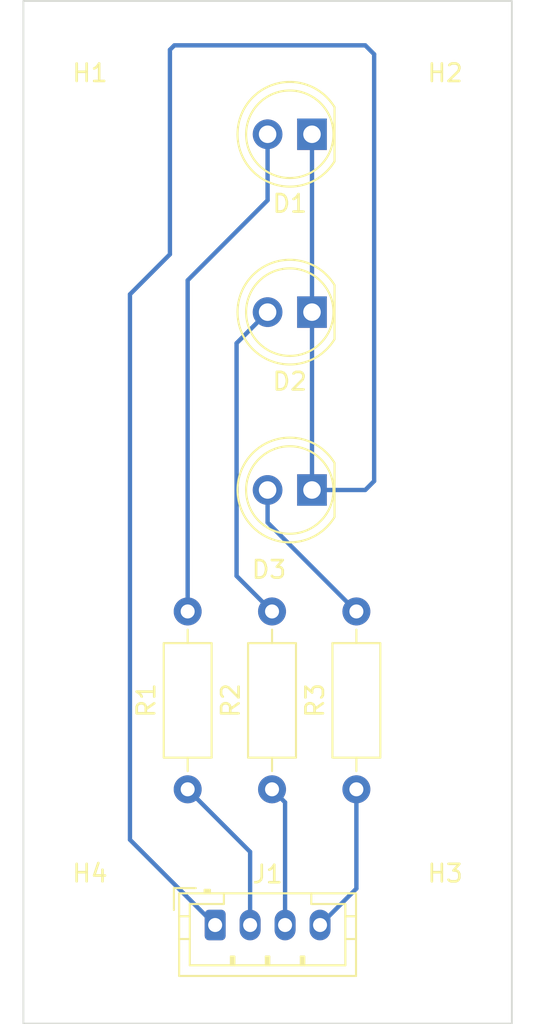
<source format=kicad_pcb>
(kicad_pcb (version 20211014) (generator pcbnew)
  (layers (0 "F.Cu" signal) (31 "B.Cu" signal) (34 "B.Paste" user) (35 "F.Paste" user) (36 "B.SilkS" user "B.Silkscreen") (37 "F.SilkS" user "F.Silkscreen") (38 "B.Mask" user) (39 "F.Mask" user) (44 "Edge.Cuts" user))
  (net 0 "")
  (net 1 "Net-(D1-Pad1)")
  (net 2 "Net-(D1-Pad2)")
  (net 3 "Net-(D2-Pad2)")
  (net 4 "Net-(D3-Pad2)")
  (net 5 "Net-(J1-Pad2)")
  (net 6 "Net-(J1-Pad3)")
  (net 7 "Net-(J1-Pad4)")
  (footprint "LED_THT:LED_D5.0mm" (layer "F.Cu") (at 129.54 78.74 180)
    (fp_text reference "D1" (at 1.27 -3.96) (layer "F.SilkS"))
    (fp_text value "LED")
    (fp_line (start -1.29 -1.545) (end -1.29 1.545) (layer "F.SilkS") (width 0.12))
    (fp_arc (start 4.26 -0.000462) (mid 2.072002 2.880433) (end -1.29 1.54483) (layer "F.SilkS") (width 0.12))
    (fp_arc (start -1.29 -1.54483) (mid 2.072002 -2.880433) (end 4.26 0.000462) (layer "F.SilkS") (width 0.12))
    (fp_circle (center 1.27 0) (end 3.77 0) (layer "F.SilkS") (width 0.12) (fill none))
    (pad "1" thru_hole rect (at 0 0 180) (size 1.7 1.8) (drill 1) (layers *.Cu *.Mask) (net 1 "Net-(D1-Pad1)"))
    (pad "2" thru_hole circle (at 2.54 0 180) (size 1.7 1.7) (drill 1) (layers *.Cu *.Mask) (net 2 "Net-(D1-Pad2)"))
  )
  (footprint "MountingHole:MountingHole_2.5mm" (layer "F.Cu") (at 137.16 124.46)
    (fp_text reference "H3" (at 0 -3.5) (layer "F.SilkS"))
    (fp_text value "MountingHole")
    (pad "" np_thru_hole circle (at 0 0) (size 2.5 2.5) (drill 2.5) (layers *.Cu *.Mask))
  )
  (footprint "MountingHole:MountingHole_2.5mm" (layer "F.Cu") (at 137.16 78.74)
    (fp_text reference "H2" (at 0 -3.5) (layer "F.SilkS"))
    (fp_text value "MountingHole")
    (pad "" np_thru_hole circle (at 0 0) (size 2.5 2.5) (drill 2.5) (layers *.Cu *.Mask))
  )
  (footprint "LED_THT:LED_D5.0mm" (layer "F.Cu") (at 129.54 99.06 180)
    (fp_text reference "D3" (at 2.459969 -4.548031) (layer "F.SilkS"))
    (fp_text value "LED")
    (fp_line (start -1.29 -1.545) (end -1.29 1.545) (layer "F.SilkS") (width 0.12))
    (fp_arc (start -1.29 -1.54483) (mid 2.072002 -2.880433) (end 4.26 0.000462) (layer "F.SilkS") (width 0.12))
    (fp_arc (start 4.26 -0.000462) (mid 2.072002 2.880433) (end -1.29 1.54483) (layer "F.SilkS") (width 0.12))
    (fp_circle (center 1.27 0) (end 3.77 0) (layer "F.SilkS") (width 0.12) (fill none))
    (pad "1" thru_hole rect (at 0 0 180) (size 1.7 1.8) (drill 1) (layers *.Cu *.Mask) (net 1 "Net-(D1-Pad1)"))
    (pad "2" thru_hole circle (at 2.54 0 180) (size 1.7 1.7) (drill 1) (layers *.Cu *.Mask) (net 4 "Net-(D3-Pad2)"))
  )
  (footprint "MountingHole:MountingHole_2.5mm" (layer "F.Cu") (at 116.84 124.46)
    (fp_text reference "H4" (at 0 -3.5) (layer "F.SilkS"))
    (fp_text value "MountingHole")
    (pad "" np_thru_hole circle (at 0 0) (size 2.5 2.5) (drill 2.5) (layers *.Cu *.Mask))
  )
  (footprint "Resistor_THT:R_Axial_DIN0207_L6.3mm_D2.5mm_P10.16mm_Horizontal" (layer "F.Cu") (at 127.254 116.158031 90)
    (fp_text reference "R2" (at 5.08 -2.37 90) (layer "F.SilkS"))
    (fp_text value "R")
    (fp_line (start 9.12 0) (end 8.35 0) (layer "F.SilkS") (width 0.12))
    (fp_line (start 1.04 0) (end 1.81 0) (layer "F.SilkS") (width 0.12))
    (fp_line (start 8.35 1.37) (end 8.35 -1.37) (layer "F.SilkS") (width 0.12))
    (fp_line (start 1.81 1.37) (end 8.35 1.37) (layer "F.SilkS") (width 0.12))
    (fp_line (start 1.81 -1.37) (end 1.81 1.37) (layer "F.SilkS") (width 0.12))
    (fp_line (start 8.35 -1.37) (end 1.81 -1.37) (layer "F.SilkS") (width 0.12))
    (pad "1" thru_hole circle (at 0 0 90) (size 1.6 1.6) (drill 0.8) (layers *.Cu *.Mask) (net 6 "Net-(J1-Pad3)"))
    (pad "2" thru_hole oval (at 10.16 0 90) (size 1.6 1.6) (drill 0.8) (layers *.Cu *.Mask) (net 3 "Net-(D2-Pad2)"))
  )
  (footprint "Resistor_THT:R_Axial_DIN0207_L6.3mm_D2.5mm_P10.16mm_Horizontal" (layer "F.Cu") (at 132.08 116.158031 90)
    (fp_text reference "R3" (at 5.08 -2.37 90) (layer "F.SilkS"))
    (fp_text value "R")
    (fp_line (start 8.35 1.37) (end 8.35 -1.37) (layer "F.SilkS") (width 0.12))
    (fp_line (start 1.81 1.37) (end 8.35 1.37) (layer "F.SilkS") (width 0.12))
    (fp_line (start 1.81 -1.37) (end 1.81 1.37) (layer "F.SilkS") (width 0.12))
    (fp_line (start 8.35 -1.37) (end 1.81 -1.37) (layer "F.SilkS") (width 0.12))
    (fp_line (start 1.04 0) (end 1.81 0) (layer "F.SilkS") (width 0.12))
    (fp_line (start 9.12 0) (end 8.35 0) (layer "F.SilkS") (width 0.12))
    (pad "1" thru_hole circle (at 0 0 90) (size 1.6 1.6) (drill 0.8) (layers *.Cu *.Mask) (net 7 "Net-(J1-Pad4)"))
    (pad "2" thru_hole oval (at 10.16 0 90) (size 1.6 1.6) (drill 0.8) (layers *.Cu *.Mask) (net 4 "Net-(D3-Pad2)"))
  )
  (footprint "MountingHole:MountingHole_2.5mm" (layer "F.Cu") (at 116.84 78.74)
    (fp_text reference "H1" (at 0 -3.5) (layer "F.SilkS"))
    (fp_text value "MountingHole")
    (pad "" np_thru_hole circle (at 0 0) (size 2.5 2.5) (drill 2.5) (layers *.Cu *.Mask))
  )
  (footprint "Resistor_THT:R_Axial_DIN0207_L6.3mm_D2.5mm_P10.16mm_Horizontal" (layer "F.Cu") (at 122.428 116.158031 90)
    (fp_text reference "R1" (at 5.08 -2.37 90) (layer "F.SilkS"))
    (fp_text value "R")
    (fp_line (start 1.81 -1.37) (end 1.81 1.37) (layer "F.SilkS") (width 0.12))
    (fp_line (start 8.35 1.37) (end 8.35 -1.37) (layer "F.SilkS") (width 0.12))
    (fp_line (start 1.81 1.37) (end 8.35 1.37) (layer "F.SilkS") (width 0.12))
    (fp_line (start 9.12 0) (end 8.35 0) (layer "F.SilkS") (width 0.12))
    (fp_line (start 1.04 0) (end 1.81 0) (layer "F.SilkS") (width 0.12))
    (fp_line (start 8.35 -1.37) (end 1.81 -1.37) (layer "F.SilkS") (width 0.12))
    (pad "1" thru_hole circle (at 0 0 90) (size 1.6 1.6) (drill 0.8) (layers *.Cu *.Mask) (net 5 "Net-(J1-Pad2)"))
    (pad "2" thru_hole oval (at 10.16 0 90) (size 1.6 1.6) (drill 0.8) (layers *.Cu *.Mask) (net 2 "Net-(D1-Pad2)"))
  )
  (footprint "LED_THT:LED_D5.0mm" (layer "F.Cu") (at 129.54 88.9 180)
    (fp_text reference "D2" (at 1.27 -3.96) (layer "F.SilkS"))
    (fp_text value "LED")
    (fp_line (start -1.29 -1.545) (end -1.29 1.545) (layer "F.SilkS") (width 0.12))
    (fp_arc (start -1.29 -1.54483) (mid 2.072002 -2.880433) (end 4.26 0.000462) (layer "F.SilkS") (width 0.12))
    (fp_arc (start 4.26 -0.000462) (mid 2.072002 2.880433) (end -1.29 1.54483) (layer "F.SilkS") (width 0.12))
    (fp_circle (center 1.27 0) (end 3.77 0) (layer "F.SilkS") (width 0.12) (fill none))
    (pad "1" thru_hole rect (at 0 0 180) (size 1.7 1.8) (drill 1) (layers *.Cu *.Mask) (net 1 "Net-(D1-Pad1)"))
    (pad "2" thru_hole circle (at 2.54 0 180) (size 1.7 1.7) (drill 1) (layers *.Cu *.Mask) (net 3 "Net-(D2-Pad2)"))
  )
  (footprint "Connector_JST:JST_PH_B4B-PH-K_1x04_P2.00mm_Vertical" (layer "F.Cu") (at 124 123.91)
    (fp_text reference "J1" (at 3 -2.9) (layer "F.SilkS"))
    (fp_text value "Conn_01x04")
    (fp_line (start 5.1 1.8) (end 5.1 2.3) (layer "F.SilkS") (width 0.12))
    (fp_line (start 3 2.3) (end 3 1.8) (layer "F.SilkS") (width 0.12))
    (fp_line (start 8.06 -1.81) (end -2.06 -1.81) (layer "F.SilkS") (width 0.12))
    (fp_line (start -2.36 -2.11) (end -2.36 -0.86) (layer "F.SilkS") (width 0.12))
    (fp_line (start 4.9 1.8) (end 5.1 1.8) (layer "F.SilkS") (width 0.12))
    (fp_line (start 0.5 -1.81) (end 0.5 -1.2) (layer "F.SilkS") (width 0.12))
    (fp_line (start -1.11 -2.11) (end -2.36 -2.11) (layer "F.SilkS") (width 0.12))
    (fp_line (start -1.45 -1.2) (end -1.45 2.3) (layer "F.SilkS") (width 0.12))
    (fp_line (start -1.45 2.3) (end 7.45 2.3) (layer "F.SilkS") (width 0.12))
    (fp_line (start -2.06 0.8) (end -1.45 0.8) (layer "F.SilkS") (width 0.12))
    (fp_line (start 5 2.3) (end 5 1.8) (layer "F.SilkS") (width 0.12))
    (fp_line (start 8.06 2.91) (end 8.06 -1.81) (layer "F.SilkS") (width 0.12))
    (fp_line (start 8.06 0.8) (end 7.45 0.8) (layer "F.SilkS") (width 0.12))
    (fp_line (start 8.06 -0.5) (end 7.45 -0.5) (layer "F.SilkS") (width 0.12))
    (fp_line (start 3.1 1.8) (end 3.1 2.3) (layer "F.SilkS") (width 0.12))
    (fp_line (start 0.5 -1.2) (end -1.45 -1.2) (layer "F.SilkS") (width 0.12))
    (fp_line (start 2.9 1.8) (end 3.1 1.8) (layer "F.SilkS") (width 0.12))
    (fp_line (start 4.9 2.3) (end 4.9 1.8) (layer "F.SilkS") (width 0.12))
    (fp_line (start 7.45 -1.2) (end 5.5 -1.2) (layer "F.SilkS") (width 0.12))
    (fp_line (start 0.9 1.8) (end 1.1 1.8) (layer "F.SilkS") (width 0.12))
    (fp_line (start -0.6 -2.01) (end -0.6 -1.81) (layer "F.SilkS") (width 0.12))
    (fp_line (start -0.3 -2.01) (end -0.6 -2.01) (layer "F.SilkS") (width 0.12))
    (fp_line (start 1.1 1.8) (end 1.1 2.3) (layer "F.SilkS") (width 0.12))
    (fp_line (start -2.06 -0.5) (end -1.45 -0.5) (layer "F.SilkS") (width 0.12))
    (fp_line (start -0.3 -1.81) (end -0.3 -2.01) (layer "F.SilkS") (width 0.12))
    (fp_line (start 7.45 2.3) (end 7.45 -1.2) (layer "F.SilkS") (width 0.12))
    (fp_line (start 1 2.3) (end 1 1.8) (layer "F.SilkS") (width 0.12))
    (fp_line (start 2.9 2.3) (end 2.9 1.8) (layer "F.SilkS") (width 0.12))
    (fp_line (start 5.5 -1.2) (end 5.5 -1.81) (layer "F.SilkS") (width 0.12))
    (fp_line (start 0.9 2.3) (end 0.9 1.8) (layer "F.SilkS") (width 0.12))
    (fp_line (start -0.3 -1.91) (end -0.6 -1.91) (layer "F.SilkS") (width 0.12))
    (fp_line (start -2.06 -1.81) (end -2.06 2.91) (layer "F.SilkS") (width 0.12))
    (fp_line (start -2.06 2.91) (end 8.06 2.91) (layer "F.SilkS") (width 0.12))
    (pad "1" thru_hole roundrect (at 0 0) (size 1.2 1.75) (drill 0.8) (layers *.Cu *.Mask) (roundrect_rratio 0.2083333333) (net 1 "Net-(D1-Pad1)"))
    (pad "2" thru_hole oval (at 2 0) (size 1.2 1.75) (drill 0.8) (layers *.Cu *.Mask) (net 5 "Net-(J1-Pad2)"))
    (pad "3" thru_hole oval (at 4 0) (size 1.2 1.75) (drill 0.8) (layers *.Cu *.Mask) (net 6 "Net-(J1-Pad3)"))
    (pad "4" thru_hole oval (at 6 0) (size 1.2 1.75) (drill 0.8) (layers *.Cu *.Mask) (net 7 "Net-(J1-Pad4)"))
  )
  (gr_rect (start 113.03 71.12) (end 140.97 129.54) (layer "Edge.Cuts") (width 0.1) (fill none))
  (segment (start 121.412 85.598) (end 119.126 87.884) (width 0.25) (layer "B.Cu") (net 1))
  (segment (start 129.54 99.06) (end 132.588 99.06) (width 0.25) (layer "B.Cu") (net 1))
  (segment (start 132.588 99.06) (end 133.096 98.552) (width 0.25) (layer "B.Cu") (net 1))
  (segment (start 133.096 74.168) (end 132.588 73.66) (width 0.25) (layer "B.Cu") (net 1))
  (segment (start 133.096 98.552) (end 133.096 74.168) (width 0.25) (layer "B.Cu") (net 1))
  (segment (start 119.126 119.036) (end 124 123.91) (width 0.25) (layer "B.Cu") (net 1))
  (segment (start 119.126 87.884) (end 119.126 119.036) (width 0.25) (layer "B.Cu") (net 1))
  (segment (start 121.412 73.914) (end 121.412 85.598) (width 0.25) (layer "B.Cu") (net 1))
  (segment (start 132.588 73.66) (end 121.666 73.66) (width 0.25) (layer "B.Cu") (net 1))
  (segment (start 129.54 78.74) (end 129.54 88.9) (width 0.25) (layer "B.Cu") (net 1))
  (segment (start 129.54 88.9) (end 129.54 99.06) (width 0.25) (layer "B.Cu") (net 1))
  (segment (start 121.666 73.66) (end 121.412 73.914) (width 0.25) (layer "B.Cu") (net 1))
  (segment (start 122.428 87.082245) (end 122.428 105.998031) (width 0.25) (layer "B.Cu") (net 2))
  (segment (start 127 78.74) (end 127 82.510245) (width 0.25) (layer "B.Cu") (net 2))
  (segment (start 127 82.510245) (end 122.428 87.082245) (width 0.25) (layer "B.Cu") (net 2))
  (segment (start 125.225489 103.96952) (end 127.254 105.998031) (width 0.25) (layer "B.Cu") (net 3))
  (segment (start 125.225489 90.674511) (end 125.225489 103.96952) (width 0.25) (layer "B.Cu") (net 3))
  (segment (start 127 88.9) (end 125.225489 90.674511) (width 0.25) (layer "B.Cu") (net 3))
  (segment (start 127 100.918031) (end 132.08 105.998031) (width 0.25) (layer "B.Cu") (net 4))
  (segment (start 127 99.06) (end 127 100.918031) (width 0.25) (layer "B.Cu") (net 4))
  (segment (start 126 119.730031) (end 126 123.91) (width 0.25) (layer "B.Cu") (net 5))
  (segment (start 122.428 116.158031) (end 126 119.730031) (width 0.25) (layer "B.Cu") (net 5))
  (segment (start 127.254 116.158031) (end 128 116.904031) (width 0.25) (layer "B.Cu") (net 6))
  (segment (start 128 116.904031) (end 128 123.91) (width 0.25) (layer "B.Cu") (net 6))
  (segment (start 132.08 116.158031) (end 132.08 121.83) (width 0.25) (layer "B.Cu") (net 7))
  (segment (start 132.08 121.83) (end 130 123.91) (width 0.25) (layer "B.Cu") (net 7))
)
</source>
